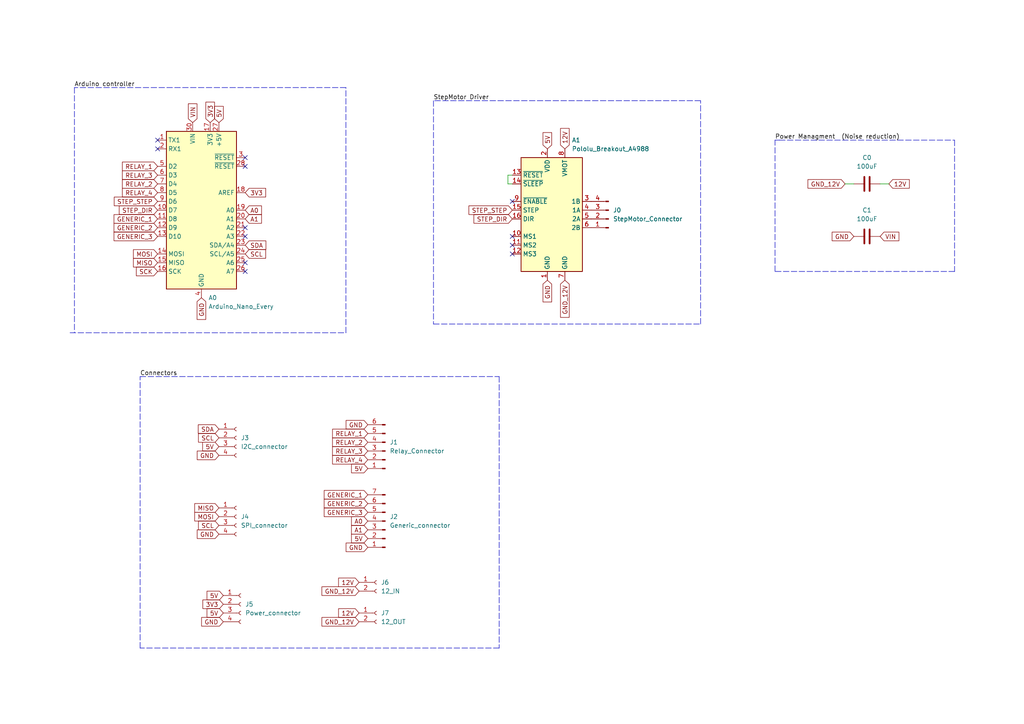
<source format=kicad_sch>
(kicad_sch (version 20211123) (generator eeschema)
  (paper "A4")
  (title_block (title "Arduino Sattelite Rotator") (date "2022-07-21") (rev "2") (company "Lukáš Plevač") (comment 1 "Elevation linear motor") (comment 2 "Azimuth step motor") (comment 3 "free SPI, I2C Bus and Generic ports (3 digital and 2 analog)") (comment 4 "4 Relay output for linear motor (2 free)"))
  (lib_symbols
    (symbol "Connector:Conn_01x02_Female" (pin_names (offset 1.016) hide)
      (property "Reference" "J" (at 0 2.54 0))
      (property "Value" "Conn_01x02_Female" (at 0 -5.08 0))
      (symbol "Conn_01x02_Female_1_1"
        (arc (start 0 -2.032) (mid -0.508 -2.54) (end 0 -3.048) (stroke (width 0.1524)))
        (polyline (pts (xy -1.27 -2.54) (xy -0.508 -2.54)) (stroke (width 0.1524)))
        (polyline (pts (xy -1.27 0) (xy -0.508 0)) (stroke (width 0.1524)))
        (arc (start 0 0.508) (mid -0.508 0) (end 0 -0.508) (stroke (width 0.1524)))
        (pin passive line (at -5.08 0 0) (length 3.81) (name "Pin_1") (number "1"))
        (pin passive line (at -5.08 -2.54 0) (length 3.81) (name "Pin_2") (number "2"))
      )
    )
    (symbol "Connector:Conn_01x04_Female" (pin_names (offset 1.016) hide)
      (property "Reference" "J" (at 0 5.08 0))
      (property "Value" "Conn_01x04_Female" (at 0 -7.62 0))
      (symbol "Conn_01x04_Female_1_1"
        (arc (start 0 -4.572) (mid -0.508 -5.08) (end 0 -5.588) (stroke (width 0.1524)))
        (arc (start 0 -2.032) (mid -0.508 -2.54) (end 0 -3.048) (stroke (width 0.1524)))
        (polyline (pts (xy -1.27 -5.08) (xy -0.508 -5.08)) (stroke (width 0.1524)))
        (polyline (pts (xy -1.27 -2.54) (xy -0.508 -2.54)) (stroke (width 0.1524)))
        (polyline (pts (xy -1.27 0) (xy -0.508 0)) (stroke (width 0.1524)))
        (polyline (pts (xy -1.27 2.54) (xy -0.508 2.54)) (stroke (width 0.1524)))
        (arc (start 0 0.508) (mid -0.508 0) (end 0 -0.508) (stroke (width 0.1524)))
        (arc (start 0 3.048) (mid -0.508 2.54) (end 0 2.032) (stroke (width 0.1524)))
        (pin passive line (at -5.08 2.54 0) (length 3.81) (name "Pin_1") (number "1"))
        (pin passive line (at -5.08 0 0) (length 3.81) (name "Pin_2") (number "2"))
        (pin passive line (at -5.08 -2.54 0) (length 3.81) (name "Pin_3") (number "3"))
        (pin passive line (at -5.08 -5.08 0) (length 3.81) (name "Pin_4") (number "4"))
      )
    )
    (symbol "Connector:Conn_01x04_Male" (pin_names (offset 1.016) hide)
      (property "Reference" "J" (at 0 5.08 0))
      (property "Value" "Conn_01x04_Male" (at 0 -7.62 0))
      (symbol "Conn_01x04_Male_1_1"
        (polyline (pts (xy 1.27 -5.08) (xy 0.8636 -5.08)) (stroke (width 0.1524)))
        (polyline (pts (xy 1.27 -2.54) (xy 0.8636 -2.54)) (stroke (width 0.1524)))
        (polyline (pts (xy 1.27 0) (xy 0.8636 0)) (stroke (width 0.1524)))
        (polyline (pts (xy 1.27 2.54) (xy 0.8636 2.54)) (stroke (width 0.1524)))
        (rectangle (start 0.8636 -4.953) (end 0 -5.207) (stroke (width 0.1524)) (fill (type outline)))
        (rectangle (start 0.8636 -2.413) (end 0 -2.667) (stroke (width 0.1524)) (fill (type outline)))
        (rectangle (start 0.8636 0.127) (end 0 -0.127) (stroke (width 0.1524)) (fill (type outline)))
        (rectangle (start 0.8636 2.667) (end 0 2.413) (stroke (width 0.1524)) (fill (type outline)))
        (pin passive line (at 5.08 2.54 180) (length 3.81) (name "Pin_1") (number "1"))
        (pin passive line (at 5.08 0 180) (length 3.81) (name "Pin_2") (number "2"))
        (pin passive line (at 5.08 -2.54 180) (length 3.81) (name "Pin_3") (number "3"))
        (pin passive line (at 5.08 -5.08 180) (length 3.81) (name "Pin_4") (number "4"))
      )
    )
    (symbol "Connector:Conn_01x06_Male" (pin_names (offset 1.016) hide)
      (property "Reference" "J" (at 0 7.62 0))
      (property "Value" "Conn_01x06_Male" (at 0 -10.16 0))
      (symbol "Conn_01x06_Male_1_1"
        (polyline (pts (xy 1.27 -7.62) (xy 0.8636 -7.62)) (stroke (width 0.1524)))
        (polyline (pts (xy 1.27 -5.08) (xy 0.8636 -5.08)) (stroke (width 0.1524)))
        (polyline (pts (xy 1.27 -2.54) (xy 0.8636 -2.54)) (stroke (width 0.1524)))
        (polyline (pts (xy 1.27 0) (xy 0.8636 0)) (stroke (width 0.1524)))
        (polyline (pts (xy 1.27 2.54) (xy 0.8636 2.54)) (stroke (width 0.1524)))
        (polyline (pts (xy 1.27 5.08) (xy 0.8636 5.08)) (stroke (width 0.1524)))
        (rectangle (start 0.8636 -7.493) (end 0 -7.747) (stroke (width 0.1524)) (fill (type outline)))
        (rectangle (start 0.8636 -4.953) (end 0 -5.207) (stroke (width 0.1524)) (fill (type outline)))
        (rectangle (start 0.8636 -2.413) (end 0 -2.667) (stroke (width 0.1524)) (fill (type outline)))
        (rectangle (start 0.8636 0.127) (end 0 -0.127) (stroke (width 0.1524)) (fill (type outline)))
        (rectangle (start 0.8636 2.667) (end 0 2.413) (stroke (width 0.1524)) (fill (type outline)))
        (rectangle (start 0.8636 5.207) (end 0 4.953) (stroke (width 0.1524)) (fill (type outline)))
        (pin passive line (at 5.08 5.08 180) (length 3.81) (name "Pin_1") (number "1"))
        (pin passive line (at 5.08 2.54 180) (length 3.81) (name "Pin_2") (number "2"))
        (pin passive line (at 5.08 0 180) (length 3.81) (name "Pin_3") (number "3"))
        (pin passive line (at 5.08 -2.54 180) (length 3.81) (name "Pin_4") (number "4"))
        (pin passive line (at 5.08 -5.08 180) (length 3.81) (name "Pin_5") (number "5"))
        (pin passive line (at 5.08 -7.62 180) (length 3.81) (name "Pin_6") (number "6"))
      )
    )
    (symbol "Connector:Conn_01x07_Male" (pin_names (offset 1.016) hide)
      (property "Reference" "J" (at 0 10.16 0))
      (property "Value" "Conn_01x07_Male" (at 0 -10.16 0))
      (symbol "Conn_01x07_Male_1_1"
        (polyline (pts (xy 1.27 -7.62) (xy 0.8636 -7.62)) (stroke (width 0.1524)))
        (polyline (pts (xy 1.27 -5.08) (xy 0.8636 -5.08)) (stroke (width 0.1524)))
        (polyline (pts (xy 1.27 -2.54) (xy 0.8636 -2.54)) (stroke (width 0.1524)))
        (polyline (pts (xy 1.27 0) (xy 0.8636 0)) (stroke (width 0.1524)))
        (polyline (pts (xy 1.27 2.54) (xy 0.8636 2.54)) (stroke (width 0.1524)))
        (polyline (pts (xy 1.27 5.08) (xy 0.8636 5.08)) (stroke (width 0.1524)))
        (polyline (pts (xy 1.27 7.62) (xy 0.8636 7.62)) (stroke (width 0.1524)))
        (rectangle (start 0.8636 -7.493) (end 0 -7.747) (stroke (width 0.1524)) (fill (type outline)))
        (rectangle (start 0.8636 -4.953) (end 0 -5.207) (stroke (width 0.1524)) (fill (type outline)))
        (rectangle (start 0.8636 -2.413) (end 0 -2.667) (stroke (width 0.1524)) (fill (type outline)))
        (rectangle (start 0.8636 0.127) (end 0 -0.127) (stroke (width 0.1524)) (fill (type outline)))
        (rectangle (start 0.8636 2.667) (end 0 2.413) (stroke (width 0.1524)) (fill (type outline)))
        (rectangle (start 0.8636 5.207) (end 0 4.953) (stroke (width 0.1524)) (fill (type outline)))
        (rectangle (start 0.8636 7.747) (end 0 7.493) (stroke (width 0.1524)) (fill (type outline)))
        (pin passive line (at 5.08 7.62 180) (length 3.81) (name "Pin_1") (number "1"))
        (pin passive line (at 5.08 5.08 180) (length 3.81) (name "Pin_2") (number "2"))
        (pin passive line (at 5.08 2.54 180) (length 3.81) (name "Pin_3") (number "3"))
        (pin passive line (at 5.08 0 180) (length 3.81) (name "Pin_4") (number "4"))
        (pin passive line (at 5.08 -2.54 180) (length 3.81) (name "Pin_5") (number "5"))
        (pin passive line (at 5.08 -5.08 180) (length 3.81) (name "Pin_6") (number "6"))
        (pin passive line (at 5.08 -7.62 180) (length 3.81) (name "Pin_7") (number "7"))
      )
    )
    (symbol "Device:C" (pin_numbers hide) (pin_names (offset 0.254))
      (property "Reference" "C" (at 0.635 2.54 0))
      (property "Value" "C" (at 0.635 -2.54 0))
      (symbol "C_0_1"
        (polyline (pts (xy -2.032 -0.762) (xy 2.032 -0.762)) (stroke (width 0.508)))
        (polyline (pts (xy -2.032 0.762) (xy 2.032 0.762)) (stroke (width 0.508)))
      )
      (symbol "C_1_1"
        (pin passive line (at 0 3.81 270) (length 2.794) (name "~") (number "1"))
        (pin passive line (at 0 -3.81 90) (length 2.794) (name "~") (number "2"))
      )
    )
    (symbol "Driver_Motor:Pololu_Breakout_A4988"
      (property "Reference" "A" (at -2.54 19.05 0))
      (property "Value" "Pololu_Breakout_A4988" (at -2.54 16.51 0))
      (symbol "Pololu_Breakout_A4988_0_1"
        (rectangle (start 10.16 -17.78) (end -7.62 15.24) (stroke (width 0.254)) (fill (type background)))
      )
      (symbol "Pololu_Breakout_A4988_1_1"
        (pin power_in line (at 0 -20.32 90) (length 2.54) (name "GND") (number "1"))
        (pin input line (at -10.16 -7.62 0) (length 2.54) (name "MS1") (number "10"))
        (pin input line (at -10.16 -10.16 0) (length 2.54) (name "MS2") (number "11"))
        (pin input line (at -10.16 -12.7 0) (length 2.54) (name "MS3") (number "12"))
        (pin input line (at -10.16 10.16 0) (length 2.54) (name "~{RESET}") (number "13"))
        (pin input line (at -10.16 7.62 0) (length 2.54) (name "~{SLEEP}") (number "14"))
        (pin input line (at -10.16 0 0) (length 2.54) (name "STEP") (number "15"))
        (pin input line (at -10.16 -2.54 0) (length 2.54) (name "DIR") (number "16"))
        (pin power_in line (at 0 17.78 270) (length 2.54) (name "VDD") (number "2"))
        (pin output line (at 12.7 2.54 180) (length 2.54) (name "1B") (number "3"))
        (pin output line (at 12.7 0 180) (length 2.54) (name "1A") (number "4"))
        (pin output line (at 12.7 -2.54 180) (length 2.54) (name "2A") (number "5"))
        (pin output line (at 12.7 -5.08 180) (length 2.54) (name "2B") (number "6"))
        (pin power_in line (at 5.08 -20.32 90) (length 2.54) (name "GND") (number "7"))
        (pin power_in line (at 5.08 17.78 270) (length 2.54) (name "VMOT") (number "8"))
        (pin input line (at -10.16 2.54 0) (length 2.54) (name "~{ENABLE}") (number "9"))
      )
    )
    (symbol "MCU_Module:Arduino_Nano_Every"
      (property "Reference" "A" (at -10.16 23.495 0))
      (property "Value" "Arduino_Nano_Every" (at 5.08 -24.13 0))
      (symbol "Arduino_Nano_Every_0_1"
        (rectangle (start -10.16 22.86) (end 10.16 -22.86) (stroke (width 0.254)) (fill (type background)))
      )
      (symbol "Arduino_Nano_Every_1_1"
        (pin bidirectional line (at -12.7 20.32 0) (length 2.54) (name "TX1") (number "1"))
        (pin bidirectional line (at -12.7 0 0) (length 2.54) (name "D7") (number "10"))
        (pin bidirectional line (at -12.7 -2.54 0) (length 2.54) (name "D8") (number "11"))
        (pin bidirectional line (at -12.7 -5.08 0) (length 2.54) (name "D9") (number "12"))
        (pin bidirectional line (at -12.7 -7.62 0) (length 2.54) (name "D10") (number "13"))
        (pin bidirectional line (at -12.7 -12.7 0) (length 2.54) (name "MOSI") (number "14"))
        (pin bidirectional line (at -12.7 -15.24 0) (length 2.54) (name "MISO") (number "15"))
        (pin bidirectional line (at -12.7 -17.78 0) (length 2.54) (name "SCK") (number "16"))
        (pin power_out line (at 2.54 25.4 270) (length 2.54) (name "3V3") (number "17"))
        (pin input line (at 12.7 5.08 180) (length 2.54) (name "AREF") (number "18"))
        (pin bidirectional line (at 12.7 0 180) (length 2.54) (name "A0") (number "19"))
        (pin bidirectional line (at -12.7 17.78 0) (length 2.54) (name "RX1") (number "2"))
        (pin bidirectional line (at 12.7 -2.54 180) (length 2.54) (name "A1") (number "20"))
        (pin bidirectional line (at 12.7 -5.08 180) (length 2.54) (name "A2") (number "21"))
        (pin bidirectional line (at 12.7 -7.62 180) (length 2.54) (name "A3") (number "22"))
        (pin bidirectional line (at 12.7 -10.16 180) (length 2.54) (name "SDA/A4") (number "23"))
        (pin bidirectional line (at 12.7 -12.7 180) (length 2.54) (name "SCL/A5") (number "24"))
        (pin bidirectional line (at 12.7 -15.24 180) (length 2.54) (name "A6") (number "25"))
        (pin bidirectional line (at 12.7 -17.78 180) (length 2.54) (name "A7") (number "26"))
        (pin power_out line (at 5.08 25.4 270) (length 2.54) (name "+5V") (number "27"))
        (pin input line (at 12.7 12.7 180) (length 2.54) (name "~{RESET}") (number "28"))
        (pin passive line (at 0 -25.4 90) (length 2.54) hide (name "GND") (number "29"))
        (pin input line (at 12.7 15.24 180) (length 2.54) (name "~{RESET}") (number "3"))
        (pin power_in line (at -2.54 25.4 270) (length 2.54) (name "VIN") (number "30"))
        (pin power_in line (at 0 -25.4 90) (length 2.54) (name "GND") (number "4"))
        (pin bidirectional line (at -12.7 12.7 0) (length 2.54) (name "D2") (number "5"))
        (pin bidirectional line (at -12.7 10.16 0) (length 2.54) (name "D3") (number "6"))
        (pin bidirectional line (at -12.7 7.62 0) (length 2.54) (name "D4") (number "7"))
        (pin bidirectional line (at -12.7 5.08 0) (length 2.54) (name "D5") (number "8"))
        (pin bidirectional line (at -12.7 2.54 0) (length 2.54) (name "D6") (number "9"))
      )
    )
  )
  (no_connect (at 71.12 48.26))
  (no_connect (at 71.12 45.72))
  (no_connect (at 45.72 43.18))
  (no_connect (at 45.72 40.64))
  (no_connect (at 148.59 58.42))
  (no_connect (at 148.59 71.12))
  (no_connect (at 148.59 68.58))
  (no_connect (at 148.59 73.66))
  (no_connect (at 71.12 66.04))
  (no_connect (at 71.12 68.58))
  (no_connect (at 71.12 76.2))
  (no_connect (at 71.12 78.74))
  (polyline (pts (xy 40.64 187.96) (xy 40.64 109.22)))
  (polyline (pts (xy 100.33 96.52) (xy 100.33 25.4)))
  (polyline (pts (xy 203.2 93.98) (xy 203.2 29.21)))
  (polyline (pts (xy 21.59 25.4) (xy 21.59 96.52)))
  (polyline (pts (xy 144.78 109.22) (xy 144.78 187.96)))
  (wire (pts (xy 148.59 50.8) (xy 147.32 50.8)))
  (polyline (pts (xy 125.73 93.98) (xy 203.2 93.98)))
  (polyline (pts (xy 224.79 40.64) (xy 226.06 40.64)))
  (polyline (pts (xy 144.78 187.96) (xy 40.64 187.96)))
  (polyline (pts (xy 40.64 109.22) (xy 144.78 109.22)))
  (polyline (pts (xy 125.73 29.21) (xy 125.73 93.98)))
  (wire (pts (xy 147.32 50.8) (xy 147.32 53.34)))
  (polyline (pts (xy 226.06 40.64) (xy 276.86 40.64)))
  (polyline (pts (xy 203.2 29.21) (xy 125.73 29.21)))
  (wire (pts (xy 255.27 53.34) (xy 257.81 53.34)))
  (wire (pts (xy 147.32 53.34) (xy 148.59 53.34)))
  (polyline (pts (xy 276.86 40.64) (xy 276.86 78.74)))
  (polyline (pts (xy 100.33 25.4) (xy 21.59 25.4)))
  (wire (pts (xy 245.11 53.34) (xy 247.65 53.34)))
  (polyline (pts (xy 276.86 78.74) (xy 224.79 78.74)))
  (polyline (pts (xy 20.32 96.52) (xy 100.33 96.52)))
  (polyline (pts (xy 224.79 78.74) (xy 224.79 40.64)))
  (label "Power Managment  (Noise reduction)" (at 224.79 40.64 0))
  (label "Connectors" (at 40.64 109.22 0))
  (label "StepMotor Driver" (at 125.73 29.21 0))
  (label "Arduino controller" (at 21.59 25.4 0))
  (global_label "GENERIC_2" (shape input) (at 106.68 146.05 180) (property "Reference mezi listy" "${INTERSHEET_REFS}" (effects hide)))
  (global_label "GND" (shape input) (at 63.5 154.94 180) (property "Reference mezi listy" "${INTERSHEET_REFS}" (effects hide)))
  (global_label "MOSI" (shape input) (at 45.72 73.66 180) (property "Reference mezi listy" "${INTERSHEET_REFS}" (effects hide)))
  (global_label "GND_12V" (shape input) (at 163.83 81.28 270) (property "Reference mezi listy" "${INTERSHEET_REFS}" (effects hide)))
  (global_label "MISO" (shape input) (at 45.72 76.2 180) (property "Reference mezi listy" "${INTERSHEET_REFS}" (effects hide)))
  (global_label "A1" (shape input) (at 71.12 63.5 0) (property "Reference mezi listy" "${INTERSHEET_REFS}" (effects hide)))
  (global_label "SDA" (shape input) (at 63.5 124.46 180) (property "Reference mezi listy" "${INTERSHEET_REFS}" (effects hide)))
  (global_label "5V" (shape input) (at 64.77 177.8 180) (property "Reference mezi listy" "${INTERSHEET_REFS}" (effects hide)))
  (global_label "5V" (shape input) (at 106.68 135.89 180) (property "Reference mezi listy" "${INTERSHEET_REFS}" (effects hide)))
  (global_label "GENERIC_1" (shape input) (at 106.68 143.51 180) (property "Reference mezi listy" "${INTERSHEET_REFS}" (effects hide)))
  (global_label "STEP_DIR" (shape input) (at 45.72 60.96 180) (property "Reference mezi listy" "${INTERSHEET_REFS}" (effects hide)))
  (global_label "3V3" (shape input) (at 71.12 55.88 0) (property "Reference mezi listy" "${INTERSHEET_REFS}" (effects hide)))
  (global_label "SCK" (shape input) (at 45.72 78.74 180) (property "Reference mezi listy" "${INTERSHEET_REFS}" (effects hide)))
  (global_label "RELAY_1" (shape input) (at 45.72 48.26 180) (property "Reference mezi listy" "${INTERSHEET_REFS}" (effects hide)))
  (global_label "3V3" (shape input) (at 64.77 175.26 180) (property "Reference mezi listy" "${INTERSHEET_REFS}" (effects hide)))
  (global_label "RELAY_1" (shape input) (at 106.68 125.73 180) (property "Reference mezi listy" "${INTERSHEET_REFS}" (effects hide)))
  (global_label "5V" (shape input) (at 106.68 156.21 180) (property "Reference mezi listy" "${INTERSHEET_REFS}" (effects hide)))
  (global_label "VIN" (shape input) (at 255.27 68.58 0) (property "Reference mezi listy" "${INTERSHEET_REFS}" (effects hide)))
  (global_label "A1" (shape input) (at 106.68 153.67 180) (property "Reference mezi listy" "${INTERSHEET_REFS}" (effects hide)))
  (global_label "SCL" (shape input) (at 63.5 152.4 180) (property "Reference mezi listy" "${INTERSHEET_REFS}" (effects hide)))
  (global_label "GENERIC_2" (shape input) (at 45.72 66.04 180) (property "Reference mezi listy" "${INTERSHEET_REFS}" (effects hide)))
  (global_label "RELAY_4" (shape input) (at 106.68 133.35 180) (property "Reference mezi listy" "${INTERSHEET_REFS}" (effects hide)))
  (global_label "RELAY_4" (shape input) (at 45.72 55.88 180) (property "Reference mezi listy" "${INTERSHEET_REFS}" (effects hide)))
  (global_label "GENERIC_3" (shape input) (at 106.68 148.59 180) (property "Reference mezi listy" "${INTERSHEET_REFS}" (effects hide)))
  (global_label "GENERIC_3" (shape input) (at 45.72 68.58 180) (property "Reference mezi listy" "${INTERSHEET_REFS}" (effects hide)))
  (global_label "STEP_STEP" (shape input) (at 45.72 58.42 180) (property "Reference mezi listy" "${INTERSHEET_REFS}" (effects hide)))
  (global_label "3V3" (shape input) (at 60.96 35.56 90) (property "Reference mezi listy" "${INTERSHEET_REFS}" (effects hide)))
  (global_label "12V" (shape input) (at 104.14 168.91 180) (property "Reference mezi listy" "${INTERSHEET_REFS}" (effects hide)))
  (global_label "SCL" (shape input) (at 71.12 73.66 0) (property "Reference mezi listy" "${INTERSHEET_REFS}" (effects hide)))
  (global_label "GND_12V" (shape input) (at 104.14 171.45 180) (property "Reference mezi listy" "${INTERSHEET_REFS}" (effects hide)))
  (global_label "RELAY_2" (shape input) (at 45.72 53.34 180) (property "Reference mezi listy" "${INTERSHEET_REFS}" (effects hide)))
  (global_label "RELAY_3" (shape input) (at 106.68 130.81 180) (property "Reference mezi listy" "${INTERSHEET_REFS}" (effects hide)))
  (global_label "GND" (shape input) (at 63.5 132.08 180) (property "Reference mezi listy" "${INTERSHEET_REFS}" (effects hide)))
  (global_label "GND" (shape input) (at 106.68 158.75 180) (property "Reference mezi listy" "${INTERSHEET_REFS}" (effects hide)))
  (global_label "A0" (shape input) (at 106.68 151.13 180) (property "Reference mezi listy" "${INTERSHEET_REFS}" (effects hide)))
  (global_label "GND" (shape input) (at 64.77 180.34 180) (property "Reference mezi listy" "${INTERSHEET_REFS}" (effects hide)))
  (global_label "STEP_STEP" (shape input) (at 148.59 60.96 180) (property "Reference mezi listy" "${INTERSHEET_REFS}" (effects hide)))
  (global_label "GENERIC_1" (shape input) (at 45.72 63.5 180) (property "Reference mezi listy" "${INTERSHEET_REFS}" (effects hide)))
  (global_label "MISO" (shape input) (at 63.5 147.32 180) (property "Reference mezi listy" "${INTERSHEET_REFS}" (effects hide)))
  (global_label "GND_12V" (shape input) (at 104.14 180.34 180) (property "Reference mezi listy" "${INTERSHEET_REFS}" (effects hide)))
  (global_label "RELAY_2" (shape input) (at 106.68 128.27 180) (property "Reference mezi listy" "${INTERSHEET_REFS}" (effects hide)))
  (global_label "12V" (shape input) (at 257.81 53.34 0) (property "Reference mezi listy" "${INTERSHEET_REFS}" (effects hide)))
  (global_label "12V" (shape input) (at 104.14 177.8 180) (property "Reference mezi listy" "${INTERSHEET_REFS}" (effects hide)))
  (global_label "SDA" (shape input) (at 71.12 71.12 0) (property "Reference mezi listy" "${INTERSHEET_REFS}" (effects hide)))
  (global_label "GND" (shape input) (at 106.68 123.19 180) (property "Reference mezi listy" "${INTERSHEET_REFS}" (effects hide)))
  (global_label "GND_12V" (shape input) (at 245.11 53.34 180) (property "Reference mezi listy" "${INTERSHEET_REFS}" (effects hide)))
  (global_label "12V" (shape input) (at 163.83 43.18 90) (property "Reference mezi listy" "${INTERSHEET_REFS}" (effects hide)))
  (global_label "GND" (shape input) (at 58.42 86.36 270) (property "Reference mezi listy" "${INTERSHEET_REFS}" (effects hide)))
  (global_label "A0" (shape input) (at 71.12 60.96 0) (property "Reference mezi listy" "${INTERSHEET_REFS}" (effects hide)))
  (global_label "RELAY_3" (shape input) (at 45.72 50.8 180) (property "Reference mezi listy" "${INTERSHEET_REFS}" (effects hide)))
  (global_label "5V" (shape input) (at 64.77 172.72 180) (property "Reference mezi listy" "${INTERSHEET_REFS}" (effects hide)))
  (global_label "GND" (shape input) (at 158.75 81.28 270) (property "Reference mezi listy" "${INTERSHEET_REFS}" (effects hide)))
  (global_label "5V" (shape input) (at 158.75 43.18 90) (property "Reference mezi listy" "${INTERSHEET_REFS}" (effects hide)))
  (global_label "SCL" (shape input) (at 63.5 127 180) (property "Reference mezi listy" "${INTERSHEET_REFS}" (effects hide)))
  (global_label "GND" (shape input) (at 247.65 68.58 180) (property "Reference mezi listy" "${INTERSHEET_REFS}" (effects hide)))
  (global_label "MOSI" (shape input) (at 63.5 149.86 180) (property "Reference mezi listy" "${INTERSHEET_REFS}" (effects hide)))
  (global_label "5V" (shape input) (at 63.5 129.54 180) (property "Reference mezi listy" "${INTERSHEET_REFS}" (effects hide)))
  (global_label "STEP_DIR" (shape input) (at 148.59 63.5 180) (property "Reference mezi listy" "${INTERSHEET_REFS}" (effects hide)))
  (global_label "5V" (shape input) (at 63.5 35.56 90) (property "Reference mezi listy" "${INTERSHEET_REFS}" (effects hide)))
  (global_label "VIN" (shape input) (at 55.88 35.56 90) (property "Reference mezi listy" "${INTERSHEET_REFS}" (effects hide)))
  (symbol (lib_id "Connector:Conn_01x07_Male") (at 111.76 151.13 180) (unit 1)
    (property "Reference" "J2" (at 113.03 149.8599 0) (effects (justify right)))
    (property "Value" "Generic_connector" (at 113.03 152.3999 0) (effects (justify right)))
    (property "Footprint" "Connector_PinHeader_2.54mm:PinHeader_1x07_P2.54mm_Vertical" (effects hide))
  )
  (symbol (lib_id "Device:C") (at 251.46 53.34 270) (unit 1)
    (property "Reference" "C0" (at 251.46 45.72 90))
    (property "Value" "100uF" (at 251.46 48.26 90))
    (property "Footprint" "Capacitor_THT:CP_Radial_D6.3mm_P2.50mm" (effects hide))
  )
  (symbol (lib_id "Connector:Conn_01x02_Female") (at 109.22 177.8 0) (unit 1)
    (property "Reference" "J7" (at 110.49 177.7999 0) (effects (justify left)))
    (property "Value" "12_OUT" (at 110.49 180.3399 0) (effects (justify left)))
    (property "Footprint" "Connector_PinHeader_2.54mm:PinHeader_1x02_P2.54mm_Vertical" (effects hide))
  )
  (symbol (lib_id "MCU_Module:Arduino_Nano_Every") (at 58.42 60.96 0) (unit 1)
    (property "Reference" "A0" (at 60.4394 86.36 0) (effects (justify left)))
    (property "Value" "Arduino_Nano_Every" (at 60.4394 88.9 0) (effects (justify left)))
    (property "Footprint" "Module:Arduino_Nano" (effects hide))
    (property "Datasheet" "https://content.arduino.cc/assets/NANOEveryV3.0_sch.pdf" (effects hide))
  )
  (symbol (lib_id "Connector:Conn_01x04_Female") (at 69.85 175.26 0) (unit 1)
    (property "Reference" "J5" (at 71.12 175.2599 0) (effects (justify left)))
    (property "Value" "Power_connector" (at 71.12 177.7999 0) (effects (justify left)))
    (property "Footprint" "Connector_PinHeader_2.54mm:PinHeader_1x04_P2.54mm_Vertical" (effects hide))
  )
  (symbol (lib_id "Connector:Conn_01x06_Male") (at 111.76 130.81 180) (unit 1)
    (property "Reference" "J1" (at 113.03 128.2699 0) (effects (justify right)))
    (property "Value" "Relay_Connector" (at 113.03 130.8099 0) (effects (justify right)))
    (property "Footprint" "Connector_PinHeader_2.54mm:PinHeader_1x06_P2.54mm_Vertical" (effects hide))
  )
  (symbol (lib_id "Driver_Motor:Pololu_Breakout_A4988") (at 158.75 60.96 0) (unit 1)
    (property "Reference" "A1" (at 165.8494 40.64 0) (effects (justify left)))
    (property "Value" "Pololu_Breakout_A4988" (at 165.8494 43.18 0) (effects (justify left)))
    (property "Footprint" "Module:Pololu_Breakout-16_15.2x20.3mm" (effects hide))
    (property "Datasheet" "https://www.pololu.com/product/2980/pictures" (effects hide))
  )
  (symbol (lib_id "Connector:Conn_01x04_Female") (at 68.58 127 0) (unit 1)
    (property "Reference" "J3" (at 69.85 126.9999 0) (effects (justify left)))
    (property "Value" "I2C_connector" (at 69.85 129.5399 0) (effects (justify left)))
    (property "Footprint" "Connector_PinHeader_2.54mm:PinHeader_1x04_P2.54mm_Vertical" (effects hide))
  )
  (symbol (lib_id "Connector:Conn_01x04_Male") (at 176.53 63.5 180) (unit 1)
    (property "Reference" "J0" (at 177.8 60.9599 0) (effects (justify right)))
    (property "Value" "StepMotor_Connector" (at 177.8 63.4999 0) (effects (justify right)))
    (property "Footprint" "Connector_PinHeader_2.54mm:PinHeader_1x04_P2.54mm_Vertical" (effects hide))
  )
  (symbol (lib_id "Connector:Conn_01x04_Female") (at 68.58 149.86 0) (unit 1)
    (property "Reference" "J4" (at 69.85 149.8599 0) (effects (justify left)))
    (property "Value" "SPI_connector" (at 69.85 152.3999 0) (effects (justify left)))
    (property "Footprint" "Connector_PinHeader_2.54mm:PinHeader_1x04_P2.54mm_Vertical" (effects hide))
  )
  (symbol (lib_id "Device:C") (at 251.46 68.58 270) (mirror x) (unit 1)
    (property "Reference" "C1" (at 251.46 60.96 90))
    (property "Value" "100uF" (at 251.46 63.5 90))
    (property "Footprint" "Capacitor_THT:CP_Radial_D6.3mm_P2.50mm" (effects hide))
  )
  (symbol (lib_id "Connector:Conn_01x02_Female") (at 109.22 168.91 0) (unit 1)
    (property "Reference" "J6" (at 110.49 168.9099 0) (effects (justify left)))
    (property "Value" "12_IN" (at 110.49 171.4499 0) (effects (justify left)))
    (property "Footprint" "Connector_PinHeader_2.54mm:PinHeader_1x02_P2.54mm_Vertical" (effects hide))
  )
)
</source>
